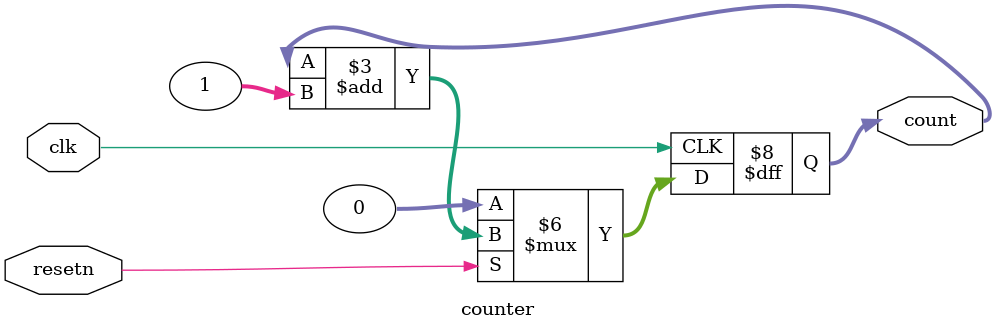
<source format=v>
module counter #(
    parameter INC = 1
) (
    input clk,
    input resetn,
    output reg [31:0] count = 0
);

    always @(posedge clk) begin
        if (!resetn) begin
            count <= 0;
        end else begin
            count <= count + INC;
        end
    end

endmodule

</source>
